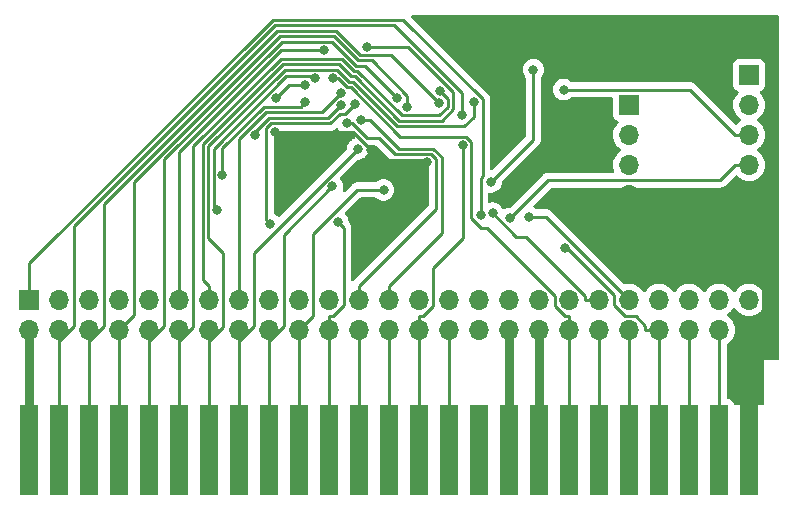
<source format=gbr>
%TF.GenerationSoftware,KiCad,Pcbnew,(6.0.6-0)*%
%TF.CreationDate,2022-10-10T02:33:12+09:00*%
%TF.ProjectId,A2E_Test,4132455f-5465-4737-942e-6b696361645f,rev?*%
%TF.SameCoordinates,Original*%
%TF.FileFunction,Copper,L2,Bot*%
%TF.FilePolarity,Positive*%
%FSLAX46Y46*%
G04 Gerber Fmt 4.6, Leading zero omitted, Abs format (unit mm)*
G04 Created by KiCad (PCBNEW (6.0.6-0)) date 2022-10-10 02:33:12*
%MOMM*%
%LPD*%
G01*
G04 APERTURE LIST*
%TA.AperFunction,ComponentPad*%
%ADD10R,1.700000X1.700000*%
%TD*%
%TA.AperFunction,ComponentPad*%
%ADD11O,1.700000X1.700000*%
%TD*%
%TA.AperFunction,ConnectorPad*%
%ADD12R,1.524000X7.620000*%
%TD*%
%TA.AperFunction,ViaPad*%
%ADD13C,0.800000*%
%TD*%
%TA.AperFunction,Conductor*%
%ADD14C,0.250000*%
%TD*%
%TA.AperFunction,Conductor*%
%ADD15C,0.750000*%
%TD*%
%TA.AperFunction,Conductor*%
%ADD16C,0.500000*%
%TD*%
G04 APERTURE END LIST*
D10*
%TO.P,J2,1,Pin_1*%
%TO.N,/~{I{slash}O_SELECT}*%
X99060000Y-152400000D03*
D11*
%TO.P,J2,2,Pin_2*%
%TO.N,/A0*%
X101600000Y-152400000D03*
%TO.P,J2,3,Pin_3*%
%TO.N,/A1*%
X104140000Y-152400000D03*
%TO.P,J2,4,Pin_4*%
%TO.N,/A2*%
X106680000Y-152400000D03*
%TO.P,J2,5,Pin_5*%
%TO.N,/A3*%
X109220000Y-152400000D03*
%TO.P,J2,6,Pin_6*%
%TO.N,/A4*%
X111760000Y-152400000D03*
%TO.P,J2,7,Pin_7*%
%TO.N,/A5*%
X114300000Y-152400000D03*
%TO.P,J2,8,Pin_8*%
%TO.N,/A6*%
X116840000Y-152400000D03*
%TO.P,J2,9,Pin_9*%
%TO.N,/A7*%
X119380000Y-152400000D03*
%TO.P,J2,10,Pin_10*%
%TO.N,/A8*%
X121920000Y-152400000D03*
%TO.P,J2,11,Pin_11*%
%TO.N,/A9*%
X124460000Y-152400000D03*
%TO.P,J2,12,Pin_12*%
%TO.N,/A10*%
X127000000Y-152400000D03*
%TO.P,J2,13,Pin_13*%
%TO.N,/A11*%
X129540000Y-152400000D03*
%TO.P,J2,14,Pin_14*%
%TO.N,/A12*%
X132080000Y-152400000D03*
%TO.P,J2,15,Pin_15*%
%TO.N,/A13*%
X134620000Y-152400000D03*
%TO.P,J2,16,Pin_16*%
%TO.N,/A14*%
X137160000Y-152400000D03*
%TO.P,J2,17,Pin_17*%
%TO.N,/A15*%
X139700000Y-152400000D03*
%TO.P,J2,18,Pin_18*%
%TO.N,/R{slash}W*%
X142240000Y-152400000D03*
%TO.P,J2,19,Pin_19*%
%TO.N,unconnected-(J2-Pad19)*%
X144780000Y-152400000D03*
%TO.P,J2,20,Pin_20*%
%TO.N,/~{I{slash}0_STROBE}*%
X147320000Y-152400000D03*
%TO.P,J2,21,Pin_21*%
%TO.N,/RDY*%
X149860000Y-152400000D03*
%TO.P,J2,22,Pin_22*%
%TO.N,/~{DMA}*%
X152400000Y-152400000D03*
%TO.P,J2,23,Pin_23*%
%TO.N,/INT_OUT*%
X154940000Y-152400000D03*
%TO.P,J2,24,Pin_24*%
%TO.N,/DMA_OUT*%
X157480000Y-152400000D03*
%TO.P,J2,25,Pin_25*%
%TO.N,+5V*%
X160020000Y-152400000D03*
%TO.P,J2,26,Pin_26*%
%TO.N,GND*%
X160020000Y-154940000D03*
%TO.P,J2,27,Pin_27*%
%TO.N,/DMA_IN*%
X157480000Y-154940000D03*
%TO.P,J2,28,Pin_28*%
%TO.N,/INT_IN*%
X154940000Y-154940000D03*
%TO.P,J2,29,Pin_29*%
%TO.N,/~{NMI}*%
X152400000Y-154940000D03*
%TO.P,J2,30,Pin_30*%
%TO.N,/~{IRQ}*%
X149860000Y-154940000D03*
%TO.P,J2,31,Pin_31*%
%TO.N,/~{RES}*%
X147320000Y-154940000D03*
%TO.P,J2,32,Pin_32*%
%TO.N,/~{INH}*%
X144780000Y-154940000D03*
%TO.P,J2,33,Pin_33*%
%TO.N,/-12V*%
X142240000Y-154940000D03*
%TO.P,J2,34,Pin_34*%
%TO.N,/-5V*%
X139700000Y-154940000D03*
%TO.P,J2,35,Pin_35*%
%TO.N,unconnected-(J2-Pad35)*%
X137160000Y-154940000D03*
%TO.P,J2,36,Pin_36*%
%TO.N,/7M*%
X134620000Y-154940000D03*
%TO.P,J2,37,Pin_37*%
%TO.N,/Q3*%
X132080000Y-154940000D03*
%TO.P,J2,38,Pin_38*%
%TO.N,/PHI1*%
X129540000Y-154940000D03*
%TO.P,J2,39,Pin_39*%
%TO.N,/USER_1*%
X127000000Y-154940000D03*
%TO.P,J2,40,Pin_40*%
%TO.N,/PHI0*%
X124460000Y-154940000D03*
%TO.P,J2,41,Pin_41*%
%TO.N,/~{DEVICE_SELECT}*%
X121920000Y-154940000D03*
%TO.P,J2,42,Pin_42*%
%TO.N,/D7*%
X119380000Y-154940000D03*
%TO.P,J2,43,Pin_43*%
%TO.N,/D6*%
X116840000Y-154940000D03*
%TO.P,J2,44,Pin_44*%
%TO.N,/D5*%
X114300000Y-154940000D03*
%TO.P,J2,45,Pin_45*%
%TO.N,/D4*%
X111760000Y-154940000D03*
%TO.P,J2,46,Pin_46*%
%TO.N,/D3*%
X109220000Y-154940000D03*
%TO.P,J2,47,Pin_47*%
%TO.N,/D2*%
X106680000Y-154940000D03*
%TO.P,J2,48,Pin_48*%
%TO.N,/D1*%
X104140000Y-154940000D03*
%TO.P,J2,49,Pin_49*%
%TO.N,/D0*%
X101600000Y-154940000D03*
%TO.P,J2,50,Pin_50*%
%TO.N,/+12V*%
X99060000Y-154940000D03*
%TD*%
D10*
%TO.P,J4,1,Pin_1*%
%TO.N,+5V*%
X160020000Y-133355000D03*
D11*
%TO.P,J4,2,Pin_2*%
%TO.N,/ICE_DAT*%
X160020000Y-135895000D03*
%TO.P,J4,3,Pin_3*%
%TO.N,/ICE_CLK*%
X160020000Y-138435000D03*
%TO.P,J4,4,Pin_4*%
%TO.N,/~{RST}*%
X160020000Y-140975000D03*
%TO.P,J4,5,Pin_5*%
%TO.N,GND*%
X160020000Y-143515000D03*
%TD*%
D10*
%TO.P,J3,1,Pin_1*%
%TO.N,+5V*%
X149860000Y-135900000D03*
D11*
%TO.P,J3,2,Pin_2*%
%TO.N,/SDA1*%
X149860000Y-138440000D03*
%TO.P,J3,3,Pin_3*%
%TO.N,/SCL1*%
X149860000Y-140980000D03*
%TO.P,J3,4,Pin_4*%
%TO.N,GND*%
X149860000Y-143520000D03*
%TD*%
D12*
%TO.P,J1,26,GND*%
%TO.N,GND*%
X160020000Y-165100000D03*
%TO.P,J1,27,DMA_IN*%
%TO.N,/DMA_IN*%
X157480000Y-165100000D03*
%TO.P,J1,28,INT_IN*%
%TO.N,/INT_IN*%
X154940000Y-165100000D03*
%TO.P,J1,29,NMI#*%
%TO.N,/~{NMI}*%
X152400000Y-165100000D03*
%TO.P,J1,30,IRQ#*%
%TO.N,/~{IRQ}*%
X149860000Y-165100000D03*
%TO.P,J1,31,RES#*%
%TO.N,/~{RES}*%
X147320000Y-165100000D03*
%TO.P,J1,32,INH#*%
%TO.N,/~{INH}*%
X144780000Y-165100000D03*
%TO.P,J1,33,-12V*%
%TO.N,/-12V*%
X142240000Y-165100000D03*
%TO.P,J1,34,-5V*%
%TO.N,/-5V*%
X139700000Y-165100000D03*
%TO.P,J1,35,N.C.*%
%TO.N,unconnected-(J1-Pad35)*%
X137160000Y-165100000D03*
%TO.P,J1,36,7M*%
%TO.N,/7M*%
X134620000Y-165100000D03*
%TO.P,J1,37,Q3*%
%TO.N,/Q3*%
X132080000Y-165100000D03*
%TO.P,J1,38,PHI1*%
%TO.N,/PHI1*%
X129540000Y-165100000D03*
%TO.P,J1,39,USER_1*%
%TO.N,/USER_1*%
X127000000Y-165100000D03*
%TO.P,J1,40,PHI0*%
%TO.N,/PHI0*%
X124460000Y-165100000D03*
%TO.P,J1,41,DEVICE_SELECT#*%
%TO.N,/~{DEVICE_SELECT}*%
X121920000Y-165100000D03*
%TO.P,J1,42,D7*%
%TO.N,/D7*%
X119380000Y-165100000D03*
%TO.P,J1,43,D6*%
%TO.N,/D6*%
X116840000Y-165100000D03*
%TO.P,J1,44,D5*%
%TO.N,/D5*%
X114300000Y-165100000D03*
%TO.P,J1,45,D4*%
%TO.N,/D4*%
X111760000Y-165100000D03*
%TO.P,J1,46,D3*%
%TO.N,/D3*%
X109220000Y-165100000D03*
%TO.P,J1,47,D2*%
%TO.N,/D2*%
X106680000Y-165100000D03*
%TO.P,J1,48,D1*%
%TO.N,/D1*%
X104140000Y-165100000D03*
%TO.P,J1,49,D0*%
%TO.N,/D0*%
X101600000Y-165100000D03*
%TO.P,J1,50,+12V*%
%TO.N,/+12V*%
X99060000Y-165100000D03*
%TD*%
D13*
%TO.N,Net-(R1-Pad2)*%
X141752100Y-132912900D03*
X138171500Y-142399300D03*
%TO.N,/~{RST}*%
X139775300Y-145496900D03*
%TO.N,/ICE_CLK*%
X144320300Y-134592100D03*
%TO.N,/D0*%
X135700900Y-136774700D03*
%TO.N,/D1*%
X133778600Y-135724300D03*
%TO.N,/D2*%
X131068900Y-136031000D03*
%TO.N,/D3*%
X130182800Y-135278900D03*
%TO.N,/D4*%
X133871900Y-134723900D03*
%TO.N,/D5*%
X136688500Y-135683800D03*
%TO.N,/D6*%
X126890800Y-139607600D03*
%TO.N,/D7*%
X124743900Y-142786500D03*
%TO.N,/~{DEVICE_SELECT}*%
X129068600Y-143084100D03*
%TO.N,/PHI0*%
X125196300Y-145796500D03*
%TO.N,/Q3*%
X135775700Y-139303300D03*
%TO.N,/~{INH}*%
X124769200Y-133627400D03*
%TO.N,/~{NMI}*%
X144435900Y-148003700D03*
%TO.N,/RDY*%
X141361300Y-145360300D03*
%TO.N,/~{I{slash}0_STROBE}*%
X138299400Y-145058400D03*
%TO.N,/A11*%
X127184900Y-137196900D03*
%TO.N,/A10*%
X126005200Y-137449700D03*
%TO.N,/A7*%
X119474600Y-145971000D03*
X126662900Y-135801100D03*
%TO.N,/A6*%
X125456000Y-134885300D03*
%TO.N,/A5*%
X127655700Y-130950500D03*
%TO.N,/A4*%
X124055800Y-131276100D03*
%TO.N,/A3*%
X119985000Y-135302800D03*
X122424600Y-134232600D03*
%TO.N,/A2*%
X114954000Y-144788400D03*
X123234200Y-133627400D03*
%TO.N,/A1*%
X115404300Y-141798900D03*
X122438900Y-135683300D03*
%TO.N,/A0*%
X118147200Y-138461700D03*
X125468000Y-135910000D03*
%TO.N,/~{I{slash}O_SELECT}*%
X137281800Y-145223700D03*
%TO.N,GND*%
X119888000Y-138176000D03*
X128016000Y-139700000D03*
X132772300Y-140758300D03*
%TD*%
D14*
%TO.N,Net-(R1-Pad2)*%
X141752100Y-138818700D02*
X138171500Y-142399300D01*
X141752100Y-132912900D02*
X141752100Y-138818700D01*
%TO.N,/~{RST}*%
X143022200Y-142250000D02*
X139775300Y-145496900D01*
X157569700Y-142250000D02*
X143022200Y-142250000D01*
X158844700Y-140975000D02*
X157569700Y-142250000D01*
X160020000Y-140975000D02*
X158844700Y-140975000D01*
%TO.N,/ICE_CLK*%
X155001800Y-134592100D02*
X144320300Y-134592100D01*
X158844700Y-138435000D02*
X155001800Y-134592100D01*
X160020000Y-138435000D02*
X158844700Y-138435000D01*
D15*
%TO.N,/+12V*%
X99060000Y-154940000D02*
X99060000Y-165100000D01*
D14*
%TO.N,/D0*%
X101600000Y-165100000D02*
X101600000Y-155913500D01*
X101600000Y-155913500D02*
X101600000Y-154940000D01*
X135700900Y-134889600D02*
X135700900Y-136774700D01*
X129964900Y-129153600D02*
X135700900Y-134889600D01*
X119857900Y-129153600D02*
X129964900Y-129153600D01*
X102870000Y-146141500D02*
X119857900Y-129153600D01*
X102870000Y-154643500D02*
X102870000Y-146141500D01*
X101600000Y-155913500D02*
X102870000Y-154643500D01*
%TO.N,/D1*%
X104140000Y-154940000D02*
X104140000Y-155913500D01*
X104140000Y-155913500D02*
X104140000Y-165100000D01*
X129730100Y-131675800D02*
X133778600Y-135724300D01*
X127093800Y-131675800D02*
X129730100Y-131675800D01*
X125037800Y-129619800D02*
X127093800Y-131675800D01*
X120073200Y-129619800D02*
X125037800Y-129619800D01*
X105410000Y-144283000D02*
X120073200Y-129619800D01*
X105410000Y-154643500D02*
X105410000Y-144283000D01*
X104140000Y-155913500D02*
X105410000Y-154643500D01*
%TO.N,/D2*%
X106680000Y-165100000D02*
X106680000Y-154945800D01*
X106680000Y-154945800D02*
X106680000Y-154940000D01*
X131068900Y-135139100D02*
X131068900Y-136031000D01*
X128055900Y-132126100D02*
X131068900Y-135139100D01*
X126907200Y-132126100D02*
X128055900Y-132126100D01*
X124851300Y-130070200D02*
X126907200Y-132126100D01*
X120288600Y-130070200D02*
X124851300Y-130070200D01*
X107950000Y-142408800D02*
X120288600Y-130070200D01*
X107950000Y-153675800D02*
X107950000Y-142408800D01*
X106680000Y-154945800D02*
X107950000Y-153675800D01*
%TO.N,/D3*%
X109220000Y-154940000D02*
X109220000Y-155913500D01*
X109220000Y-155913500D02*
X109220000Y-165100000D01*
X127480300Y-132576400D02*
X130182800Y-135278900D01*
X126720600Y-132576400D02*
X127480300Y-132576400D01*
X124664800Y-130520600D02*
X126720600Y-132576400D01*
X120475100Y-130520600D02*
X124664800Y-130520600D01*
X110490000Y-140505700D02*
X120475100Y-130520600D01*
X110490000Y-154643500D02*
X110490000Y-140505700D01*
X109220000Y-155913500D02*
X110490000Y-154643500D01*
%TO.N,/D4*%
X111760000Y-165100000D02*
X111760000Y-155913500D01*
X111760000Y-155913500D02*
X111760000Y-154940000D01*
X134503900Y-135355900D02*
X133871900Y-134723900D01*
X134503900Y-136047700D02*
X134503900Y-135355900D01*
X133774900Y-136776700D02*
X134503900Y-136047700D01*
X130591900Y-136776700D02*
X133774900Y-136776700D01*
X126841900Y-133026700D02*
X130591900Y-136776700D01*
X126534000Y-133026700D02*
X126841900Y-133026700D01*
X125508700Y-132001400D02*
X126534000Y-133026700D01*
X120343900Y-132001400D02*
X125508700Y-132001400D01*
X112946700Y-139398600D02*
X120343900Y-132001400D01*
X112946700Y-154726800D02*
X112946700Y-139398600D01*
X111760000Y-155913500D02*
X112946700Y-154726800D01*
%TO.N,/D5*%
X114300000Y-154940000D02*
X114300000Y-155913500D01*
X114300000Y-155913500D02*
X114300000Y-165100000D01*
X136688500Y-136871700D02*
X136688500Y-135683800D01*
X135875500Y-137684700D02*
X136688500Y-136871700D01*
X130225900Y-137684700D02*
X135875500Y-137684700D01*
X126468500Y-133927300D02*
X130225900Y-137684700D01*
X126160800Y-133927300D02*
X126468500Y-133927300D01*
X125135500Y-132902000D02*
X126160800Y-133927300D01*
X120721200Y-132902000D02*
X125135500Y-132902000D01*
X114228600Y-139394600D02*
X120721200Y-132902000D01*
X114228600Y-147128200D02*
X114228600Y-139394600D01*
X115513300Y-148412900D02*
X114228600Y-147128200D01*
X115513300Y-154700200D02*
X115513300Y-148412900D01*
X114300000Y-155913500D02*
X115513300Y-154700200D01*
%TO.N,/D6*%
X116840000Y-165100000D02*
X116840000Y-155913500D01*
X116840000Y-155913500D02*
X116840000Y-154940000D01*
X118110000Y-148388400D02*
X126890800Y-139607600D01*
X118110000Y-154643500D02*
X118110000Y-148388400D01*
X116840000Y-155913500D02*
X118110000Y-154643500D01*
%TO.N,/D7*%
X119380000Y-154940000D02*
X119380000Y-155913500D01*
X119380000Y-155913500D02*
X119380000Y-165100000D01*
X120650300Y-146880100D02*
X124743900Y-142786500D01*
X120650300Y-154643200D02*
X120650300Y-146880100D01*
X119380000Y-155913500D02*
X120650300Y-154643200D01*
%TO.N,/~{DEVICE_SELECT}*%
X121920000Y-165100000D02*
X121920000Y-154951700D01*
X121920000Y-154951700D02*
X121920000Y-154940000D01*
X126849200Y-143084100D02*
X129068600Y-143084100D01*
X123124500Y-146808800D02*
X126849200Y-143084100D01*
X123124500Y-153747200D02*
X123124500Y-146808800D01*
X121920000Y-154951700D02*
X123124500Y-153747200D01*
%TO.N,/PHI0*%
X124460000Y-154940000D02*
X124460000Y-165100000D01*
X124460000Y-154940000D02*
X124460000Y-153764700D01*
X125677400Y-146277600D02*
X125196300Y-145796500D01*
X125677400Y-152859100D02*
X125677400Y-146277600D01*
X124771800Y-153764700D02*
X125677400Y-152859100D01*
X124460000Y-153764700D02*
X124771800Y-153764700D01*
%TO.N,/USER_1*%
X127000000Y-165100000D02*
X127000000Y-154940000D01*
%TO.N,/PHI1*%
X129540000Y-154940000D02*
X129540000Y-165100000D01*
%TO.N,/Q3*%
X132080000Y-165100000D02*
X132080000Y-154940000D01*
X132080000Y-154940000D02*
X132080000Y-153764700D01*
X132447400Y-153764700D02*
X132080000Y-153764700D01*
X133255300Y-152956800D02*
X132447400Y-153764700D01*
X133255300Y-149671300D02*
X133255300Y-152956800D01*
X135775700Y-147150900D02*
X133255300Y-149671300D01*
X135775700Y-139303300D02*
X135775700Y-147150900D01*
%TO.N,/7M*%
X134620000Y-154940000D02*
X134620000Y-165100000D01*
D15*
%TO.N,/-5V*%
X139700000Y-165100000D02*
X139700000Y-154940000D01*
%TO.N,/-12V*%
X142240000Y-154940000D02*
X142240000Y-165100000D01*
D14*
%TO.N,/~{INH}*%
X144780000Y-165100000D02*
X144780000Y-154940000D01*
X144780000Y-154940000D02*
X144780000Y-153764700D01*
X125224000Y-133627400D02*
X124769200Y-133627400D01*
X125974200Y-134377600D02*
X125224000Y-133627400D01*
X126276100Y-134377600D02*
X125974200Y-134377600D01*
X130476400Y-138577900D02*
X126276100Y-134377600D01*
X136090000Y-138577900D02*
X130476400Y-138577900D01*
X136503400Y-138991300D02*
X136090000Y-138577900D01*
X136503400Y-145480700D02*
X136503400Y-138991300D01*
X137335900Y-146313200D02*
X136503400Y-145480700D01*
X137868000Y-146313200D02*
X137335900Y-146313200D01*
X143604700Y-152049900D02*
X137868000Y-146313200D01*
X143604700Y-152956800D02*
X143604700Y-152049900D01*
X144412600Y-153764700D02*
X143604700Y-152956800D01*
X144780000Y-153764700D02*
X144412600Y-153764700D01*
%TO.N,/~{RES}*%
X147320000Y-154940000D02*
X147320000Y-165100000D01*
%TO.N,/~{IRQ}*%
X149860000Y-165100000D02*
X149860000Y-154940000D01*
%TO.N,/~{NMI}*%
X152400000Y-154940000D02*
X152400000Y-165100000D01*
X152400000Y-154940000D02*
X151224700Y-154940000D01*
X144597900Y-148003700D02*
X144435900Y-148003700D01*
X148590000Y-151995800D02*
X144597900Y-148003700D01*
X148590000Y-152831000D02*
X148590000Y-151995800D01*
X149523700Y-153764700D02*
X148590000Y-152831000D01*
X150416800Y-153764700D02*
X149523700Y-153764700D01*
X151224700Y-154572600D02*
X150416800Y-153764700D01*
X151224700Y-154940000D02*
X151224700Y-154572600D01*
%TO.N,/INT_IN*%
X154940000Y-165100000D02*
X154940000Y-154940000D01*
%TO.N,/DMA_IN*%
X157480000Y-154940000D02*
X157480000Y-165100000D01*
%TO.N,/RDY*%
X142820300Y-145360300D02*
X141361300Y-145360300D01*
X149860000Y-152400000D02*
X142820300Y-145360300D01*
%TO.N,/~{I{slash}0_STROBE}*%
X147320000Y-152400000D02*
X146144700Y-152400000D01*
X146144700Y-152049000D02*
X146144700Y-152400000D01*
X141136000Y-147040300D02*
X146144700Y-152049000D01*
X140281300Y-147040300D02*
X141136000Y-147040300D01*
X138299400Y-145058400D02*
X140281300Y-147040300D01*
%TO.N,/A11*%
X129540000Y-152400000D02*
X129540000Y-151224700D01*
X127958600Y-137196900D02*
X127184900Y-137196900D01*
X130344300Y-139582600D02*
X127958600Y-137196900D01*
X133277300Y-139582600D02*
X130344300Y-139582600D01*
X133994900Y-140300200D02*
X133277300Y-139582600D01*
X133994900Y-146769800D02*
X133994900Y-140300200D01*
X129540000Y-151224700D02*
X133994900Y-146769800D01*
%TO.N,/A10*%
X127000000Y-152400000D02*
X127000000Y-151224700D01*
X133538900Y-144685800D02*
X127000000Y-151224700D01*
X133538900Y-140499100D02*
X133538900Y-144685800D01*
X133072800Y-140033000D02*
X133538900Y-140499100D01*
X130020900Y-140033000D02*
X133072800Y-140033000D01*
X128662700Y-138674800D02*
X130020900Y-140033000D01*
X127630300Y-138674800D02*
X128662700Y-138674800D01*
X126405200Y-137449700D02*
X127630300Y-138674800D01*
X126005200Y-137449700D02*
X126405200Y-137449700D01*
%TO.N,/A7*%
X125814800Y-136649200D02*
X126662900Y-135801100D01*
X125352000Y-136649200D02*
X125814800Y-136649200D01*
X124550600Y-137450600D02*
X125352000Y-136649200D01*
X119552100Y-137450600D02*
X124550600Y-137450600D01*
X119129800Y-137872900D02*
X119552100Y-137450600D01*
X119129800Y-145626200D02*
X119129800Y-137872900D01*
X119474600Y-145971000D02*
X119129800Y-145626200D01*
%TO.N,/A6*%
X116840000Y-152400000D02*
X116840000Y-151224700D01*
X123857400Y-136483900D02*
X125456000Y-134885300D01*
X119099300Y-136483900D02*
X123857400Y-136483900D01*
X116840000Y-138743200D02*
X119099300Y-136483900D01*
X116840000Y-151224700D02*
X116840000Y-138743200D01*
%TO.N,/A5*%
X114300000Y-152400000D02*
X114300000Y-151224700D01*
X113778300Y-150703000D02*
X114300000Y-151224700D01*
X113778300Y-139208000D02*
X113778300Y-150703000D01*
X120534600Y-132451700D02*
X113778300Y-139208000D01*
X125322100Y-132451700D02*
X120534600Y-132451700D01*
X126347400Y-133477000D02*
X125322100Y-132451700D01*
X126655200Y-133477000D02*
X126347400Y-133477000D01*
X130405200Y-137227000D02*
X126655200Y-133477000D01*
X133992800Y-137227000D02*
X130405200Y-137227000D01*
X134980400Y-136239400D02*
X133992800Y-137227000D01*
X134980400Y-134806000D02*
X134980400Y-136239400D01*
X131124900Y-130950500D02*
X134980400Y-134806000D01*
X127655700Y-130950500D02*
X131124900Y-130950500D01*
%TO.N,/A4*%
X111760000Y-152400000D02*
X111760000Y-151224700D01*
X120356800Y-131276100D02*
X124055800Y-131276100D01*
X111760000Y-139872900D02*
X120356800Y-131276100D01*
X111760000Y-151224700D02*
X111760000Y-139872900D01*
%TO.N,/A3*%
X121055200Y-134232600D02*
X122424600Y-134232600D01*
X119985000Y-135302800D02*
X121055200Y-134232600D01*
%TO.N,/A2*%
X123078900Y-133472100D02*
X123234200Y-133627400D01*
X120789600Y-133472100D02*
X123078900Y-133472100D01*
X114678900Y-139582800D02*
X120789600Y-133472100D01*
X114678900Y-144513300D02*
X114678900Y-139582800D01*
X114954000Y-144788400D02*
X114678900Y-144513300D01*
%TO.N,/A1*%
X115404300Y-139542000D02*
X115404300Y-141798900D01*
X118912800Y-136033500D02*
X115404300Y-139542000D01*
X122088700Y-136033500D02*
X118912800Y-136033500D01*
X122438900Y-135683300D02*
X122088700Y-136033500D01*
%TO.N,/A0*%
X125442700Y-135910000D02*
X125468000Y-135910000D01*
X124352500Y-137000200D02*
X125442700Y-135910000D01*
X119339300Y-137000200D02*
X124352500Y-137000200D01*
X118147200Y-138192300D02*
X119339300Y-137000200D01*
X118147200Y-138461700D02*
X118147200Y-138192300D01*
%TO.N,/~{I{slash}O_SELECT}*%
X137281800Y-142053100D02*
X137281800Y-145223700D01*
X137461200Y-141873700D02*
X137281800Y-142053100D01*
X137461200Y-135420000D02*
X137461200Y-141873700D01*
X130744300Y-128703100D02*
X137461200Y-135420000D01*
X119671300Y-128703100D02*
X130744300Y-128703100D01*
X99060000Y-149314400D02*
X119671300Y-128703100D01*
X99060000Y-152400000D02*
X99060000Y-149314400D01*
%TO.N,GND*%
X126492000Y-138176000D02*
X128016000Y-139700000D01*
X119888000Y-138176000D02*
X126492000Y-138176000D01*
D15*
X161445000Y-153515000D02*
X160020000Y-154940000D01*
X161445000Y-144940000D02*
X161445000Y-153515000D01*
X160020000Y-143515000D02*
X161445000Y-144940000D01*
X160015000Y-143520000D02*
X160020000Y-143515000D01*
X149860000Y-143520000D02*
X160015000Y-143520000D01*
X160020000Y-165100000D02*
X160020000Y-154940000D01*
D16*
X129074300Y-140758300D02*
X132772300Y-140758300D01*
X128016000Y-139700000D02*
X129074300Y-140758300D01*
%TD*%
%TA.AperFunction,Conductor*%
%TO.N,GND*%
G36*
X162502121Y-128290002D02*
G01*
X162548614Y-128343658D01*
X162560000Y-128396000D01*
X162560000Y-157354000D01*
X162539998Y-157422121D01*
X162486342Y-157468614D01*
X162434000Y-157480000D01*
X161290000Y-157480000D01*
X161290000Y-161164000D01*
X161269998Y-161232121D01*
X161216342Y-161278614D01*
X161164000Y-161290000D01*
X158868514Y-161290000D01*
X158800393Y-161269998D01*
X158753900Y-161216342D01*
X158745931Y-161193145D01*
X158744598Y-161187540D01*
X158743745Y-161179684D01*
X158737866Y-161164000D01*
X158695767Y-161051703D01*
X158692615Y-161043295D01*
X158605261Y-160926739D01*
X158488705Y-160839385D01*
X158352316Y-160788255D01*
X158290134Y-160781500D01*
X158239500Y-160781500D01*
X158171379Y-160761498D01*
X158124886Y-160707842D01*
X158113500Y-160655500D01*
X158113500Y-156220427D01*
X158133502Y-156152306D01*
X158174618Y-156112550D01*
X158177994Y-156110896D01*
X158359860Y-155981173D01*
X158406722Y-155934475D01*
X158514435Y-155827137D01*
X158518096Y-155823489D01*
X158577594Y-155740689D01*
X158645435Y-155646277D01*
X158648453Y-155642077D01*
X158669320Y-155599857D01*
X158745136Y-155446453D01*
X158745137Y-155446451D01*
X158747430Y-155441811D01*
X158812370Y-155228069D01*
X158841529Y-155006590D01*
X158843156Y-154940000D01*
X158824852Y-154717361D01*
X158770431Y-154500702D01*
X158681354Y-154295840D01*
X158560014Y-154108277D01*
X158409670Y-153943051D01*
X158405619Y-153939852D01*
X158405615Y-153939848D01*
X158238414Y-153807800D01*
X158238410Y-153807798D01*
X158234359Y-153804598D01*
X158193053Y-153781796D01*
X158143084Y-153731364D01*
X158128312Y-153661921D01*
X158153428Y-153595516D01*
X158180780Y-153568909D01*
X158224603Y-153537650D01*
X158359860Y-153441173D01*
X158412156Y-153389060D01*
X158503616Y-153297918D01*
X158518096Y-153283489D01*
X158648453Y-153102077D01*
X158649776Y-153103028D01*
X158696645Y-153059857D01*
X158766580Y-153047625D01*
X158832026Y-153075144D01*
X158859875Y-153106994D01*
X158919987Y-153205088D01*
X159066250Y-153373938D01*
X159238126Y-153516632D01*
X159431000Y-153629338D01*
X159435825Y-153631180D01*
X159435826Y-153631181D01*
X159474437Y-153645925D01*
X159639692Y-153709030D01*
X159644760Y-153710061D01*
X159644763Y-153710062D01*
X159749466Y-153731364D01*
X159858597Y-153753567D01*
X159863772Y-153753757D01*
X159863774Y-153753757D01*
X160076673Y-153761564D01*
X160076677Y-153761564D01*
X160081837Y-153761753D01*
X160086957Y-153761097D01*
X160086959Y-153761097D01*
X160298288Y-153734025D01*
X160298289Y-153734025D01*
X160303416Y-153733368D01*
X160356890Y-153717325D01*
X160512429Y-153670661D01*
X160512434Y-153670659D01*
X160517384Y-153669174D01*
X160717994Y-153570896D01*
X160899860Y-153441173D01*
X160952156Y-153389060D01*
X161043616Y-153297918D01*
X161058096Y-153283489D01*
X161188453Y-153102077D01*
X161209320Y-153059857D01*
X161285136Y-152906453D01*
X161285137Y-152906451D01*
X161287430Y-152901811D01*
X161352370Y-152688069D01*
X161381529Y-152466590D01*
X161383156Y-152400000D01*
X161364852Y-152177361D01*
X161310431Y-151960702D01*
X161221354Y-151755840D01*
X161100014Y-151568277D01*
X160949670Y-151403051D01*
X160945616Y-151399849D01*
X160945615Y-151399848D01*
X160778414Y-151267800D01*
X160778410Y-151267798D01*
X160774359Y-151264598D01*
X160578789Y-151156638D01*
X160573920Y-151154914D01*
X160573916Y-151154912D01*
X160373087Y-151083795D01*
X160373083Y-151083794D01*
X160368212Y-151082069D01*
X160363119Y-151081162D01*
X160363116Y-151081161D01*
X160153373Y-151043800D01*
X160153367Y-151043799D01*
X160148284Y-151042894D01*
X160074452Y-151041992D01*
X159930081Y-151040228D01*
X159930079Y-151040228D01*
X159924911Y-151040165D01*
X159704091Y-151073955D01*
X159491756Y-151143357D01*
X159461443Y-151159137D01*
X159318000Y-151233809D01*
X159293607Y-151246507D01*
X159289474Y-151249610D01*
X159289471Y-151249612D01*
X159144310Y-151358602D01*
X159114965Y-151380635D01*
X159111393Y-151384373D01*
X159003729Y-151497037D01*
X158960629Y-151542138D01*
X158853201Y-151699621D01*
X158798293Y-151744621D01*
X158727768Y-151752792D01*
X158664021Y-151721538D01*
X158643324Y-151697054D01*
X158562822Y-151572617D01*
X158562820Y-151572614D01*
X158560014Y-151568277D01*
X158409670Y-151403051D01*
X158405616Y-151399849D01*
X158405615Y-151399848D01*
X158238414Y-151267800D01*
X158238410Y-151267798D01*
X158234359Y-151264598D01*
X158038789Y-151156638D01*
X158033920Y-151154914D01*
X158033916Y-151154912D01*
X157833087Y-151083795D01*
X157833083Y-151083794D01*
X157828212Y-151082069D01*
X157823119Y-151081162D01*
X157823116Y-151081161D01*
X157613373Y-151043800D01*
X157613367Y-151043799D01*
X157608284Y-151042894D01*
X157534452Y-151041992D01*
X157390081Y-151040228D01*
X157390079Y-151040228D01*
X157384911Y-151040165D01*
X157164091Y-151073955D01*
X156951756Y-151143357D01*
X156921443Y-151159137D01*
X156778000Y-151233809D01*
X156753607Y-151246507D01*
X156749474Y-151249610D01*
X156749471Y-151249612D01*
X156604310Y-151358602D01*
X156574965Y-151380635D01*
X156571393Y-151384373D01*
X156463729Y-151497037D01*
X156420629Y-151542138D01*
X156313201Y-151699621D01*
X156258293Y-151744621D01*
X156187768Y-151752792D01*
X156124021Y-151721538D01*
X156103324Y-151697054D01*
X156022822Y-151572617D01*
X156022820Y-151572614D01*
X156020014Y-151568277D01*
X155869670Y-151403051D01*
X155865616Y-151399849D01*
X155865615Y-151399848D01*
X155698414Y-151267800D01*
X155698410Y-151267798D01*
X155694359Y-151264598D01*
X155498789Y-151156638D01*
X155493920Y-151154914D01*
X155493916Y-151154912D01*
X155293087Y-151083795D01*
X155293083Y-151083794D01*
X155288212Y-151082069D01*
X155283119Y-151081162D01*
X155283116Y-151081161D01*
X155073373Y-151043800D01*
X155073367Y-151043799D01*
X155068284Y-151042894D01*
X154994452Y-151041992D01*
X154850081Y-151040228D01*
X154850079Y-151040228D01*
X154844911Y-151040165D01*
X154624091Y-151073955D01*
X154411756Y-151143357D01*
X154381443Y-151159137D01*
X154238000Y-151233809D01*
X154213607Y-151246507D01*
X154209474Y-151249610D01*
X154209471Y-151249612D01*
X154064310Y-151358602D01*
X154034965Y-151380635D01*
X154031393Y-151384373D01*
X153923729Y-151497037D01*
X153880629Y-151542138D01*
X153773201Y-151699621D01*
X153718293Y-151744621D01*
X153647768Y-151752792D01*
X153584021Y-151721538D01*
X153563324Y-151697054D01*
X153482822Y-151572617D01*
X153482820Y-151572614D01*
X153480014Y-151568277D01*
X153329670Y-151403051D01*
X153325616Y-151399849D01*
X153325615Y-151399848D01*
X153158414Y-151267800D01*
X153158410Y-151267798D01*
X153154359Y-151264598D01*
X152958789Y-151156638D01*
X152953920Y-151154914D01*
X152953916Y-151154912D01*
X152753087Y-151083795D01*
X152753083Y-151083794D01*
X152748212Y-151082069D01*
X152743119Y-151081162D01*
X152743116Y-151081161D01*
X152533373Y-151043800D01*
X152533367Y-151043799D01*
X152528284Y-151042894D01*
X152454452Y-151041992D01*
X152310081Y-151040228D01*
X152310079Y-151040228D01*
X152304911Y-151040165D01*
X152084091Y-151073955D01*
X151871756Y-151143357D01*
X151841443Y-151159137D01*
X151698000Y-151233809D01*
X151673607Y-151246507D01*
X151669474Y-151249610D01*
X151669471Y-151249612D01*
X151524310Y-151358602D01*
X151494965Y-151380635D01*
X151491393Y-151384373D01*
X151383729Y-151497037D01*
X151340629Y-151542138D01*
X151233201Y-151699621D01*
X151178293Y-151744621D01*
X151107768Y-151752792D01*
X151044021Y-151721538D01*
X151023324Y-151697054D01*
X150942822Y-151572617D01*
X150942820Y-151572614D01*
X150940014Y-151568277D01*
X150789670Y-151403051D01*
X150785616Y-151399849D01*
X150785615Y-151399848D01*
X150618414Y-151267800D01*
X150618410Y-151267798D01*
X150614359Y-151264598D01*
X150418789Y-151156638D01*
X150413920Y-151154914D01*
X150413916Y-151154912D01*
X150213087Y-151083795D01*
X150213083Y-151083794D01*
X150208212Y-151082069D01*
X150203119Y-151081162D01*
X150203116Y-151081161D01*
X149993373Y-151043800D01*
X149993367Y-151043799D01*
X149988284Y-151042894D01*
X149914452Y-151041992D01*
X149770081Y-151040228D01*
X149770079Y-151040228D01*
X149764911Y-151040165D01*
X149544091Y-151073955D01*
X149531532Y-151078060D01*
X149460568Y-151080210D01*
X149403294Y-151047389D01*
X143323952Y-144968047D01*
X143316412Y-144959761D01*
X143312300Y-144953282D01*
X143262648Y-144906656D01*
X143259807Y-144903902D01*
X143240070Y-144884165D01*
X143236873Y-144881685D01*
X143227851Y-144873980D01*
X143201400Y-144849141D01*
X143195621Y-144843714D01*
X143188675Y-144839895D01*
X143188672Y-144839893D01*
X143177866Y-144833952D01*
X143161347Y-144823101D01*
X143160883Y-144822741D01*
X143145341Y-144810686D01*
X143138072Y-144807541D01*
X143138068Y-144807538D01*
X143104763Y-144793126D01*
X143094113Y-144787909D01*
X143055360Y-144766605D01*
X143035737Y-144761567D01*
X143017034Y-144755163D01*
X143005720Y-144750267D01*
X143005719Y-144750267D01*
X142998445Y-144747119D01*
X142990622Y-144745880D01*
X142990612Y-144745877D01*
X142954776Y-144740201D01*
X142943156Y-144737795D01*
X142908011Y-144728772D01*
X142908010Y-144728772D01*
X142900330Y-144726800D01*
X142880076Y-144726800D01*
X142860365Y-144725249D01*
X142848186Y-144723320D01*
X142840357Y-144722080D01*
X142832465Y-144722826D01*
X142796339Y-144726241D01*
X142784481Y-144726800D01*
X142069500Y-144726800D01*
X142001379Y-144706798D01*
X141982153Y-144690457D01*
X141981880Y-144690760D01*
X141976968Y-144686337D01*
X141972553Y-144681434D01*
X141818052Y-144569182D01*
X141818264Y-144568891D01*
X141771838Y-144520202D01*
X141758400Y-144450489D01*
X141784786Y-144384578D01*
X141794735Y-144373369D01*
X142501260Y-143666845D01*
X143247700Y-142920405D01*
X143310012Y-142886379D01*
X143336795Y-142883500D01*
X157490933Y-142883500D01*
X157502116Y-142884027D01*
X157509609Y-142885702D01*
X157517535Y-142885453D01*
X157517536Y-142885453D01*
X157577686Y-142883562D01*
X157581645Y-142883500D01*
X157609556Y-142883500D01*
X157613491Y-142883003D01*
X157613556Y-142882995D01*
X157625393Y-142882062D01*
X157657651Y-142881048D01*
X157661670Y-142880922D01*
X157669589Y-142880673D01*
X157689043Y-142875021D01*
X157708400Y-142871013D01*
X157720630Y-142869468D01*
X157720631Y-142869468D01*
X157728497Y-142868474D01*
X157735868Y-142865555D01*
X157735870Y-142865555D01*
X157769612Y-142852196D01*
X157780842Y-142848351D01*
X157815683Y-142838229D01*
X157815684Y-142838229D01*
X157823293Y-142836018D01*
X157830112Y-142831985D01*
X157830117Y-142831983D01*
X157840728Y-142825707D01*
X157858476Y-142817012D01*
X157877317Y-142809552D01*
X157913087Y-142783564D01*
X157923007Y-142777048D01*
X157954235Y-142758580D01*
X157954238Y-142758578D01*
X157961062Y-142754542D01*
X157975383Y-142740221D01*
X157990417Y-142727380D01*
X158000394Y-142720131D01*
X158006807Y-142715472D01*
X158034998Y-142681395D01*
X158042988Y-142672616D01*
X158831485Y-141884119D01*
X158893797Y-141850093D01*
X158964612Y-141855158D01*
X159015815Y-141890715D01*
X159066250Y-141948938D01*
X159238126Y-142091632D01*
X159431000Y-142204338D01*
X159435825Y-142206180D01*
X159435826Y-142206181D01*
X159488900Y-142226448D01*
X159639692Y-142284030D01*
X159644760Y-142285061D01*
X159644763Y-142285062D01*
X159752017Y-142306883D01*
X159858597Y-142328567D01*
X159863772Y-142328757D01*
X159863774Y-142328757D01*
X160076673Y-142336564D01*
X160076677Y-142336564D01*
X160081837Y-142336753D01*
X160086957Y-142336097D01*
X160086959Y-142336097D01*
X160298288Y-142309025D01*
X160298289Y-142309025D01*
X160303416Y-142308368D01*
X160354700Y-142292982D01*
X160512429Y-142245661D01*
X160512434Y-142245659D01*
X160517384Y-142244174D01*
X160717994Y-142145896D01*
X160899860Y-142016173D01*
X161058096Y-141858489D01*
X161086756Y-141818605D01*
X161185435Y-141681277D01*
X161188453Y-141677077D01*
X161212221Y-141628987D01*
X161285136Y-141481453D01*
X161285137Y-141481451D01*
X161287430Y-141476811D01*
X161352370Y-141263069D01*
X161381529Y-141041590D01*
X161383156Y-140975000D01*
X161364852Y-140752361D01*
X161310431Y-140535702D01*
X161221354Y-140330840D01*
X161131983Y-140192693D01*
X161102822Y-140147617D01*
X161102820Y-140147614D01*
X161100014Y-140143277D01*
X160949670Y-139978051D01*
X160945619Y-139974852D01*
X160945615Y-139974848D01*
X160778414Y-139842800D01*
X160778410Y-139842798D01*
X160774359Y-139839598D01*
X160733053Y-139816796D01*
X160683084Y-139766364D01*
X160668312Y-139696921D01*
X160693428Y-139630516D01*
X160720780Y-139603909D01*
X160787060Y-139556632D01*
X160899860Y-139476173D01*
X160912579Y-139463499D01*
X161012242Y-139364183D01*
X161058096Y-139318489D01*
X161065418Y-139308300D01*
X161185435Y-139141277D01*
X161188453Y-139137077D01*
X161193991Y-139125873D01*
X161285136Y-138941453D01*
X161285137Y-138941451D01*
X161287430Y-138936811D01*
X161352370Y-138723069D01*
X161381529Y-138501590D01*
X161383156Y-138435000D01*
X161364852Y-138212361D01*
X161310431Y-137995702D01*
X161221354Y-137790840D01*
X161181906Y-137729862D01*
X161102822Y-137607617D01*
X161102820Y-137607614D01*
X161100014Y-137603277D01*
X160949670Y-137438051D01*
X160945619Y-137434852D01*
X160945615Y-137434848D01*
X160778414Y-137302800D01*
X160778410Y-137302798D01*
X160774359Y-137299598D01*
X160733053Y-137276796D01*
X160683084Y-137226364D01*
X160668312Y-137156921D01*
X160693428Y-137090516D01*
X160720780Y-137063909D01*
X160764603Y-137032650D01*
X160899860Y-136936173D01*
X161058096Y-136778489D01*
X161117594Y-136695689D01*
X161185435Y-136601277D01*
X161188453Y-136597077D01*
X161287430Y-136396811D01*
X161352370Y-136183069D01*
X161381529Y-135961590D01*
X161383156Y-135895000D01*
X161364852Y-135672361D01*
X161310431Y-135455702D01*
X161221354Y-135250840D01*
X161142561Y-135129044D01*
X161102822Y-135067617D01*
X161102820Y-135067614D01*
X161100014Y-135063277D01*
X161085328Y-135047137D01*
X160952798Y-134901488D01*
X160921746Y-134837642D01*
X160930141Y-134767143D01*
X160975317Y-134712375D01*
X161001761Y-134698706D01*
X161108297Y-134658767D01*
X161116705Y-134655615D01*
X161233261Y-134568261D01*
X161320615Y-134451705D01*
X161371745Y-134315316D01*
X161378500Y-134253134D01*
X161378500Y-132456866D01*
X161371745Y-132394684D01*
X161320615Y-132258295D01*
X161233261Y-132141739D01*
X161116705Y-132054385D01*
X160980316Y-132003255D01*
X160918134Y-131996500D01*
X159121866Y-131996500D01*
X159059684Y-132003255D01*
X158923295Y-132054385D01*
X158806739Y-132141739D01*
X158719385Y-132258295D01*
X158668255Y-132394684D01*
X158661500Y-132456866D01*
X158661500Y-134253134D01*
X158668255Y-134315316D01*
X158719385Y-134451705D01*
X158806739Y-134568261D01*
X158923295Y-134655615D01*
X158931704Y-134658767D01*
X158931705Y-134658768D01*
X159040451Y-134699535D01*
X159097216Y-134742176D01*
X159121916Y-134808738D01*
X159106709Y-134878087D01*
X159087316Y-134904568D01*
X159059504Y-134933672D01*
X158960629Y-135037138D01*
X158957715Y-135041410D01*
X158957714Y-135041411D01*
X158899210Y-135127175D01*
X158834743Y-135221680D01*
X158806057Y-135283479D01*
X158747309Y-135410042D01*
X158740688Y-135424305D01*
X158680989Y-135639570D01*
X158657251Y-135861695D01*
X158657548Y-135866848D01*
X158657548Y-135866851D01*
X158663011Y-135961590D01*
X158670110Y-136084715D01*
X158671247Y-136089761D01*
X158671248Y-136089767D01*
X158682874Y-136141354D01*
X158719222Y-136302639D01*
X158803266Y-136509616D01*
X158919987Y-136700088D01*
X159066250Y-136868938D01*
X159238126Y-137011632D01*
X159308595Y-137052811D01*
X159311445Y-137054476D01*
X159360169Y-137106114D01*
X159373240Y-137175897D01*
X159346509Y-137241669D01*
X159306055Y-137275027D01*
X159293607Y-137281507D01*
X159289474Y-137284610D01*
X159289471Y-137284612D01*
X159119100Y-137412530D01*
X159114965Y-137415635D01*
X159011617Y-137523782D01*
X158950095Y-137559211D01*
X158879183Y-137555754D01*
X158831430Y-137525825D01*
X155505452Y-134199847D01*
X155497912Y-134191561D01*
X155493800Y-134185082D01*
X155444148Y-134138456D01*
X155441307Y-134135702D01*
X155421570Y-134115965D01*
X155418373Y-134113485D01*
X155409351Y-134105780D01*
X155382900Y-134080941D01*
X155377121Y-134075514D01*
X155370175Y-134071695D01*
X155370172Y-134071693D01*
X155359366Y-134065752D01*
X155342847Y-134054901D01*
X155336848Y-134050248D01*
X155326841Y-134042486D01*
X155319572Y-134039341D01*
X155319568Y-134039338D01*
X155286263Y-134024926D01*
X155275613Y-134019709D01*
X155236860Y-133998405D01*
X155217237Y-133993367D01*
X155198534Y-133986963D01*
X155187220Y-133982067D01*
X155187219Y-133982067D01*
X155179945Y-133978919D01*
X155172122Y-133977680D01*
X155172112Y-133977677D01*
X155136276Y-133972001D01*
X155124656Y-133969595D01*
X155089511Y-133960572D01*
X155089510Y-133960572D01*
X155081830Y-133958600D01*
X155061576Y-133958600D01*
X155041865Y-133957049D01*
X155029686Y-133955120D01*
X155021857Y-133953880D01*
X155013965Y-133954626D01*
X154977839Y-133958041D01*
X154965981Y-133958600D01*
X145028500Y-133958600D01*
X144960379Y-133938598D01*
X144941153Y-133922257D01*
X144940880Y-133922560D01*
X144935968Y-133918137D01*
X144931553Y-133913234D01*
X144777052Y-133800982D01*
X144771024Y-133798298D01*
X144771022Y-133798297D01*
X144608619Y-133725991D01*
X144608618Y-133725991D01*
X144602588Y-133723306D01*
X144509187Y-133703453D01*
X144422244Y-133684972D01*
X144422239Y-133684972D01*
X144415787Y-133683600D01*
X144224813Y-133683600D01*
X144218361Y-133684972D01*
X144218356Y-133684972D01*
X144131413Y-133703453D01*
X144038012Y-133723306D01*
X144031982Y-133725991D01*
X144031981Y-133725991D01*
X143869578Y-133798297D01*
X143869576Y-133798298D01*
X143863548Y-133800982D01*
X143709047Y-133913234D01*
X143704626Y-133918144D01*
X143704625Y-133918145D01*
X143595503Y-134039338D01*
X143581260Y-134055156D01*
X143566373Y-134080941D01*
X143497149Y-134200841D01*
X143485773Y-134220544D01*
X143426758Y-134402172D01*
X143426068Y-134408733D01*
X143426068Y-134408735D01*
X143421552Y-134451705D01*
X143406796Y-134592100D01*
X143407486Y-134598665D01*
X143425194Y-134767143D01*
X143426758Y-134782028D01*
X143485773Y-134963656D01*
X143489076Y-134969378D01*
X143489077Y-134969379D01*
X143499925Y-134988168D01*
X143581260Y-135129044D01*
X143585678Y-135133951D01*
X143585679Y-135133952D01*
X143690925Y-135250840D01*
X143709047Y-135270966D01*
X143808143Y-135342964D01*
X143853812Y-135376144D01*
X143863548Y-135383218D01*
X143869576Y-135385902D01*
X143869578Y-135385903D01*
X144031981Y-135458209D01*
X144038012Y-135460894D01*
X144128326Y-135480091D01*
X144218356Y-135499228D01*
X144218361Y-135499228D01*
X144224813Y-135500600D01*
X144415787Y-135500600D01*
X144422239Y-135499228D01*
X144422244Y-135499228D01*
X144512274Y-135480091D01*
X144602588Y-135460894D01*
X144608619Y-135458209D01*
X144771022Y-135385903D01*
X144771024Y-135385902D01*
X144777052Y-135383218D01*
X144786789Y-135376144D01*
X144917330Y-135281300D01*
X144931553Y-135270966D01*
X144935968Y-135266063D01*
X144940880Y-135261640D01*
X144942005Y-135262889D01*
X144995314Y-135230049D01*
X145028500Y-135225600D01*
X148375500Y-135225600D01*
X148443621Y-135245602D01*
X148490114Y-135299258D01*
X148501500Y-135351600D01*
X148501500Y-136798134D01*
X148508255Y-136860316D01*
X148559385Y-136996705D01*
X148646739Y-137113261D01*
X148763295Y-137200615D01*
X148771704Y-137203767D01*
X148771705Y-137203768D01*
X148880451Y-137244535D01*
X148937216Y-137287176D01*
X148961916Y-137353738D01*
X148946709Y-137423087D01*
X148927316Y-137449568D01*
X148822539Y-137559211D01*
X148800629Y-137582138D01*
X148674743Y-137766680D01*
X148659003Y-137800590D01*
X148589867Y-137949531D01*
X148580688Y-137969305D01*
X148520989Y-138184570D01*
X148497251Y-138406695D01*
X148497548Y-138411848D01*
X148497548Y-138411851D01*
X148502914Y-138504908D01*
X148510110Y-138629715D01*
X148511247Y-138634761D01*
X148511248Y-138634767D01*
X148532265Y-138728023D01*
X148559222Y-138847639D01*
X148601430Y-138951586D01*
X148639802Y-139046084D01*
X148643266Y-139054616D01*
X148669675Y-139097711D01*
X148757206Y-139240549D01*
X148759987Y-139245088D01*
X148906250Y-139413938D01*
X149053610Y-139536279D01*
X149068123Y-139548327D01*
X149078126Y-139556632D01*
X149123065Y-139582892D01*
X149151445Y-139599476D01*
X149200169Y-139651114D01*
X149213240Y-139720897D01*
X149186509Y-139786669D01*
X149146055Y-139820027D01*
X149133607Y-139826507D01*
X149129474Y-139829610D01*
X149129471Y-139829612D01*
X148959196Y-139957458D01*
X148954965Y-139960635D01*
X148800629Y-140122138D01*
X148674743Y-140306680D01*
X148641188Y-140378968D01*
X148595965Y-140476394D01*
X148580688Y-140509305D01*
X148520989Y-140724570D01*
X148497251Y-140946695D01*
X148497548Y-140951848D01*
X148497548Y-140951851D01*
X148502914Y-141044908D01*
X148510110Y-141169715D01*
X148511247Y-141174761D01*
X148511248Y-141174767D01*
X148532265Y-141268023D01*
X148559222Y-141387639D01*
X148561164Y-141392422D01*
X148561167Y-141392431D01*
X148581740Y-141443095D01*
X148588837Y-141513736D01*
X148556615Y-141577000D01*
X148495306Y-141612801D01*
X148464998Y-141616500D01*
X143100967Y-141616500D01*
X143089784Y-141615973D01*
X143082291Y-141614298D01*
X143074365Y-141614547D01*
X143074364Y-141614547D01*
X143014214Y-141616438D01*
X143010255Y-141616500D01*
X142982344Y-141616500D01*
X142978410Y-141616997D01*
X142978409Y-141616997D01*
X142978344Y-141617005D01*
X142966507Y-141617938D01*
X142934249Y-141618952D01*
X142930230Y-141619078D01*
X142922311Y-141619327D01*
X142902857Y-141624979D01*
X142883500Y-141628987D01*
X142871270Y-141630532D01*
X142871269Y-141630532D01*
X142863403Y-141631526D01*
X142856032Y-141634445D01*
X142856030Y-141634445D01*
X142822288Y-141647804D01*
X142811058Y-141651649D01*
X142776217Y-141661771D01*
X142776216Y-141661771D01*
X142768607Y-141663982D01*
X142761788Y-141668015D01*
X142761783Y-141668017D01*
X142751172Y-141674293D01*
X142733424Y-141682988D01*
X142714583Y-141690448D01*
X142708167Y-141695110D01*
X142708166Y-141695110D01*
X142678813Y-141716436D01*
X142668893Y-141722952D01*
X142637665Y-141741420D01*
X142637662Y-141741422D01*
X142630838Y-141745458D01*
X142616517Y-141759779D01*
X142601484Y-141772619D01*
X142585093Y-141784528D01*
X142580042Y-141790634D01*
X142556902Y-141818605D01*
X142548912Y-141827384D01*
X139824800Y-144551495D01*
X139762488Y-144585521D01*
X139735705Y-144588400D01*
X139679813Y-144588400D01*
X139673361Y-144589772D01*
X139673356Y-144589772D01*
X139601552Y-144605035D01*
X139493012Y-144628106D01*
X139486982Y-144630791D01*
X139486981Y-144630791D01*
X139324578Y-144703097D01*
X139324576Y-144703098D01*
X139318548Y-144705782D01*
X139313210Y-144709660D01*
X139313207Y-144709662D01*
X139309398Y-144712430D01*
X139242530Y-144736288D01*
X139173379Y-144720206D01*
X139126219Y-144673493D01*
X139052266Y-144545404D01*
X139038440Y-144521456D01*
X139026774Y-144508499D01*
X138915075Y-144384445D01*
X138915074Y-144384444D01*
X138910653Y-144379534D01*
X138756152Y-144267282D01*
X138750124Y-144264598D01*
X138750122Y-144264597D01*
X138587719Y-144192291D01*
X138587718Y-144192291D01*
X138581688Y-144189606D01*
X138488287Y-144169753D01*
X138401344Y-144151272D01*
X138401339Y-144151272D01*
X138394887Y-144149900D01*
X138203913Y-144149900D01*
X138197461Y-144151272D01*
X138197456Y-144151272D01*
X138067497Y-144178896D01*
X137996706Y-144173494D01*
X137940073Y-144130677D01*
X137915580Y-144064039D01*
X137915300Y-144055649D01*
X137915300Y-143429237D01*
X137935302Y-143361116D01*
X137988958Y-143314623D01*
X138059232Y-143304519D01*
X138067495Y-143305990D01*
X138069551Y-143306427D01*
X138069556Y-143306428D01*
X138076013Y-143307800D01*
X138266987Y-143307800D01*
X138273439Y-143306428D01*
X138273444Y-143306428D01*
X138360387Y-143287947D01*
X138453788Y-143268094D01*
X138459819Y-143265409D01*
X138622222Y-143193103D01*
X138622224Y-143193102D01*
X138628252Y-143190418D01*
X138782753Y-143078166D01*
X138787175Y-143073255D01*
X138906121Y-142941152D01*
X138906122Y-142941151D01*
X138910540Y-142936244D01*
X138983686Y-142809552D01*
X139002723Y-142776579D01*
X139002724Y-142776578D01*
X139006027Y-142770856D01*
X139065042Y-142589228D01*
X139066059Y-142579558D01*
X139079817Y-142448647D01*
X139082407Y-142424006D01*
X139109420Y-142358350D01*
X139118622Y-142348082D01*
X142144353Y-139322352D01*
X142152639Y-139314812D01*
X142159118Y-139310700D01*
X142168464Y-139300748D01*
X142205743Y-139261049D01*
X142208498Y-139258207D01*
X142228235Y-139238470D01*
X142230715Y-139235273D01*
X142238420Y-139226251D01*
X142263259Y-139199800D01*
X142268686Y-139194021D01*
X142272505Y-139187075D01*
X142272507Y-139187072D01*
X142278448Y-139176266D01*
X142289299Y-139159747D01*
X142296858Y-139150001D01*
X142301714Y-139143741D01*
X142304859Y-139136472D01*
X142304862Y-139136468D01*
X142319274Y-139103163D01*
X142324491Y-139092513D01*
X142345795Y-139053760D01*
X142350833Y-139034137D01*
X142357237Y-139015434D01*
X142362133Y-139004120D01*
X142362133Y-139004119D01*
X142365281Y-138996845D01*
X142366520Y-138989022D01*
X142366523Y-138989012D01*
X142372199Y-138953176D01*
X142374605Y-138941556D01*
X142383628Y-138906411D01*
X142383628Y-138906410D01*
X142385600Y-138898730D01*
X142385600Y-138878476D01*
X142387151Y-138858765D01*
X142389080Y-138846586D01*
X142390320Y-138838757D01*
X142386159Y-138794738D01*
X142385600Y-138782881D01*
X142385600Y-133615424D01*
X142405602Y-133547303D01*
X142417958Y-133531121D01*
X142491140Y-133449844D01*
X142586627Y-133284456D01*
X142645642Y-133102828D01*
X142665604Y-132912900D01*
X142645642Y-132722972D01*
X142586627Y-132541344D01*
X142491140Y-132375956D01*
X142378728Y-132251109D01*
X142367775Y-132238945D01*
X142367774Y-132238944D01*
X142363353Y-132234034D01*
X142246203Y-132148919D01*
X142214194Y-132125663D01*
X142214193Y-132125662D01*
X142208852Y-132121782D01*
X142202824Y-132119098D01*
X142202822Y-132119097D01*
X142040419Y-132046791D01*
X142040418Y-132046791D01*
X142034388Y-132044106D01*
X141940988Y-132024253D01*
X141854044Y-132005772D01*
X141854039Y-132005772D01*
X141847587Y-132004400D01*
X141656613Y-132004400D01*
X141650161Y-132005772D01*
X141650156Y-132005772D01*
X141563212Y-132024253D01*
X141469812Y-132044106D01*
X141463782Y-132046791D01*
X141463781Y-132046791D01*
X141301378Y-132119097D01*
X141301376Y-132119098D01*
X141295348Y-132121782D01*
X141290007Y-132125662D01*
X141290006Y-132125663D01*
X141257997Y-132148919D01*
X141140847Y-132234034D01*
X141136426Y-132238944D01*
X141136425Y-132238945D01*
X141125473Y-132251109D01*
X141013060Y-132375956D01*
X140917573Y-132541344D01*
X140858558Y-132722972D01*
X140838596Y-132912900D01*
X140858558Y-133102828D01*
X140917573Y-133284456D01*
X141013060Y-133449844D01*
X141086237Y-133531115D01*
X141116953Y-133595121D01*
X141118600Y-133615424D01*
X141118600Y-138504106D01*
X141098598Y-138572227D01*
X141081695Y-138593201D01*
X138309795Y-141365100D01*
X138247483Y-141399126D01*
X138176667Y-141394061D01*
X138119832Y-141351514D01*
X138095021Y-141284994D01*
X138094700Y-141276005D01*
X138094700Y-135498767D01*
X138095227Y-135487584D01*
X138096902Y-135480091D01*
X138094762Y-135412014D01*
X138094700Y-135408055D01*
X138094700Y-135380144D01*
X138094195Y-135376144D01*
X138093262Y-135364301D01*
X138092122Y-135328030D01*
X138091873Y-135320111D01*
X138086221Y-135300657D01*
X138082213Y-135281300D01*
X138080668Y-135269070D01*
X138080668Y-135269069D01*
X138079674Y-135261203D01*
X138075571Y-135250840D01*
X138063396Y-135220088D01*
X138059551Y-135208858D01*
X138049429Y-135174017D01*
X138049429Y-135174016D01*
X138047218Y-135166407D01*
X138043185Y-135159588D01*
X138043183Y-135159583D01*
X138036907Y-135148972D01*
X138028212Y-135131224D01*
X138020752Y-135112383D01*
X137994764Y-135076613D01*
X137988248Y-135066693D01*
X137969780Y-135035465D01*
X137969778Y-135035462D01*
X137965742Y-135028638D01*
X137951421Y-135014317D01*
X137938580Y-134999283D01*
X137931331Y-134989306D01*
X137926672Y-134982893D01*
X137892595Y-134954702D01*
X137883816Y-134946712D01*
X131422200Y-128485095D01*
X131388174Y-128422783D01*
X131393239Y-128351968D01*
X131435786Y-128295132D01*
X131502306Y-128270321D01*
X131511295Y-128270000D01*
X162434000Y-128270000D01*
X162502121Y-128290002D01*
G37*
%TD.AperFunction*%
%TA.AperFunction,Conductor*%
G36*
X128416227Y-139328302D02*
G01*
X128437201Y-139345205D01*
X128979498Y-139887503D01*
X129517248Y-140425253D01*
X129524788Y-140433539D01*
X129528900Y-140440018D01*
X129534677Y-140445443D01*
X129578551Y-140486643D01*
X129581393Y-140489398D01*
X129601130Y-140509135D01*
X129604327Y-140511615D01*
X129613347Y-140519318D01*
X129645579Y-140549586D01*
X129652525Y-140553405D01*
X129652528Y-140553407D01*
X129663334Y-140559348D01*
X129679853Y-140570199D01*
X129695859Y-140582614D01*
X129703128Y-140585759D01*
X129703132Y-140585762D01*
X129736437Y-140600174D01*
X129747087Y-140605391D01*
X129785840Y-140626695D01*
X129793515Y-140628666D01*
X129793516Y-140628666D01*
X129805462Y-140631733D01*
X129824167Y-140638137D01*
X129842755Y-140646181D01*
X129850578Y-140647420D01*
X129850588Y-140647423D01*
X129886424Y-140653099D01*
X129898044Y-140655505D01*
X129933189Y-140664528D01*
X129940870Y-140666500D01*
X129961124Y-140666500D01*
X129980834Y-140668051D01*
X130000843Y-140671220D01*
X130008735Y-140670474D01*
X130044861Y-140667059D01*
X130056719Y-140666500D01*
X132758205Y-140666500D01*
X132826326Y-140686502D01*
X132847303Y-140703407D01*
X132868498Y-140724603D01*
X132902521Y-140786916D01*
X132905400Y-140813696D01*
X132905400Y-144371206D01*
X132885398Y-144439327D01*
X132868495Y-144460301D01*
X129736974Y-147591821D01*
X126607747Y-150721048D01*
X126599461Y-150728588D01*
X126592982Y-150732700D01*
X126587557Y-150738477D01*
X126546357Y-150782351D01*
X126543602Y-150785193D01*
X126525995Y-150802800D01*
X126463683Y-150836826D01*
X126392868Y-150831761D01*
X126336032Y-150789214D01*
X126311221Y-150722694D01*
X126310900Y-150713705D01*
X126310900Y-146356367D01*
X126311427Y-146345184D01*
X126313102Y-146337691D01*
X126310962Y-146269614D01*
X126310900Y-146265655D01*
X126310900Y-146237744D01*
X126310395Y-146233744D01*
X126309462Y-146221901D01*
X126308322Y-146185629D01*
X126308073Y-146177710D01*
X126302422Y-146158258D01*
X126298414Y-146138906D01*
X126296867Y-146126663D01*
X126295874Y-146118803D01*
X126292956Y-146111432D01*
X126279600Y-146077697D01*
X126275755Y-146066470D01*
X126267700Y-146038746D01*
X126263418Y-146024007D01*
X126253107Y-146006572D01*
X126244412Y-145988824D01*
X126236952Y-145969983D01*
X126215368Y-145940274D01*
X126210964Y-145934213D01*
X126204448Y-145924293D01*
X126185980Y-145893065D01*
X126185978Y-145893062D01*
X126181942Y-145886238D01*
X126167621Y-145871917D01*
X126154780Y-145856883D01*
X126147532Y-145846907D01*
X126142872Y-145840493D01*
X126139364Y-145837591D01*
X126107991Y-145775581D01*
X126106582Y-145765848D01*
X126106483Y-145764900D01*
X126094880Y-145654509D01*
X126090532Y-145613135D01*
X126090532Y-145613133D01*
X126089842Y-145606572D01*
X126030827Y-145424944D01*
X125935340Y-145259556D01*
X125842082Y-145155983D01*
X125811366Y-145091976D01*
X125820131Y-145021523D01*
X125846625Y-144982579D01*
X127074699Y-143754505D01*
X127137011Y-143720479D01*
X127163794Y-143717600D01*
X128360400Y-143717600D01*
X128428521Y-143737602D01*
X128447747Y-143753943D01*
X128448020Y-143753640D01*
X128452932Y-143758063D01*
X128457347Y-143762966D01*
X128611848Y-143875218D01*
X128617876Y-143877902D01*
X128617878Y-143877903D01*
X128780281Y-143950209D01*
X128786312Y-143952894D01*
X128879713Y-143972747D01*
X128966656Y-143991228D01*
X128966661Y-143991228D01*
X128973113Y-143992600D01*
X129164087Y-143992600D01*
X129170539Y-143991228D01*
X129170544Y-143991228D01*
X129257487Y-143972747D01*
X129350888Y-143952894D01*
X129356919Y-143950209D01*
X129519322Y-143877903D01*
X129519324Y-143877902D01*
X129525352Y-143875218D01*
X129679853Y-143762966D01*
X129702691Y-143737602D01*
X129803221Y-143625952D01*
X129803222Y-143625951D01*
X129807640Y-143621044D01*
X129903127Y-143455656D01*
X129962142Y-143274028D01*
X129970648Y-143193103D01*
X129981414Y-143090665D01*
X129982104Y-143084100D01*
X129962142Y-142894172D01*
X129903127Y-142712544D01*
X129807640Y-142547156D01*
X129791481Y-142529209D01*
X129684275Y-142410145D01*
X129684274Y-142410144D01*
X129679853Y-142405234D01*
X129525352Y-142292982D01*
X129519324Y-142290298D01*
X129519322Y-142290297D01*
X129356919Y-142217991D01*
X129356918Y-142217991D01*
X129350888Y-142215306D01*
X129257487Y-142195453D01*
X129170544Y-142176972D01*
X129170539Y-142176972D01*
X129164087Y-142175600D01*
X128973113Y-142175600D01*
X128966661Y-142176972D01*
X128966656Y-142176972D01*
X128879713Y-142195453D01*
X128786312Y-142215306D01*
X128780282Y-142217991D01*
X128780281Y-142217991D01*
X128617878Y-142290297D01*
X128617876Y-142290298D01*
X128611848Y-142292982D01*
X128606507Y-142296862D01*
X128606506Y-142296863D01*
X128536010Y-142348082D01*
X128457347Y-142405234D01*
X128452932Y-142410137D01*
X128448020Y-142414560D01*
X128446895Y-142413311D01*
X128393586Y-142446151D01*
X128360400Y-142450600D01*
X126927967Y-142450600D01*
X126916784Y-142450073D01*
X126909291Y-142448398D01*
X126901365Y-142448647D01*
X126901364Y-142448647D01*
X126841214Y-142450538D01*
X126837255Y-142450600D01*
X126809344Y-142450600D01*
X126805410Y-142451097D01*
X126805409Y-142451097D01*
X126805344Y-142451105D01*
X126793507Y-142452038D01*
X126761690Y-142453038D01*
X126757229Y-142453178D01*
X126749310Y-142453427D01*
X126731654Y-142458556D01*
X126729858Y-142459078D01*
X126710506Y-142463086D01*
X126703435Y-142463980D01*
X126690403Y-142465626D01*
X126683034Y-142468543D01*
X126683032Y-142468544D01*
X126649297Y-142481900D01*
X126638069Y-142485745D01*
X126595607Y-142498082D01*
X126588785Y-142502116D01*
X126588779Y-142502119D01*
X126578168Y-142508394D01*
X126560418Y-142517090D01*
X126548956Y-142521628D01*
X126548951Y-142521631D01*
X126541583Y-142524548D01*
X126535168Y-142529209D01*
X126505825Y-142550527D01*
X126495907Y-142557043D01*
X126477219Y-142568095D01*
X126457837Y-142579558D01*
X126443513Y-142593882D01*
X126428481Y-142606721D01*
X126412093Y-142618628D01*
X126399129Y-142634299D01*
X126383912Y-142652693D01*
X126375922Y-142661473D01*
X125804705Y-143232690D01*
X125742393Y-143266716D01*
X125671578Y-143261651D01*
X125614742Y-143219104D01*
X125589931Y-143152584D01*
X125595777Y-143104659D01*
X125635402Y-142982706D01*
X125637442Y-142976428D01*
X125641666Y-142936244D01*
X125656714Y-142793065D01*
X125657404Y-142786500D01*
X125649090Y-142707400D01*
X125638132Y-142603135D01*
X125638132Y-142603133D01*
X125637442Y-142596572D01*
X125578427Y-142414944D01*
X125570582Y-142401355D01*
X125532905Y-142336097D01*
X125482940Y-142249556D01*
X125402712Y-142160453D01*
X125371996Y-142096448D01*
X125380760Y-142025994D01*
X125407254Y-141987050D01*
X126841299Y-140553005D01*
X126903611Y-140518979D01*
X126930394Y-140516100D01*
X126986287Y-140516100D01*
X126992739Y-140514728D01*
X126992744Y-140514728D01*
X127079687Y-140496247D01*
X127173088Y-140476394D01*
X127195479Y-140466425D01*
X127341522Y-140401403D01*
X127341524Y-140401402D01*
X127347552Y-140398718D01*
X127360953Y-140388982D01*
X127409120Y-140353986D01*
X127502053Y-140286466D01*
X127534485Y-140250447D01*
X127625421Y-140149452D01*
X127625422Y-140149451D01*
X127629840Y-140144544D01*
X127725327Y-139979156D01*
X127784342Y-139797528D01*
X127785484Y-139786669D01*
X127803614Y-139614165D01*
X127804304Y-139607600D01*
X127790108Y-139472529D01*
X127787474Y-139447470D01*
X127800246Y-139377632D01*
X127848748Y-139325785D01*
X127912784Y-139308300D01*
X128348106Y-139308300D01*
X128416227Y-139328302D01*
G37*
%TD.AperFunction*%
%TA.AperFunction,Conductor*%
G36*
X125202551Y-137882177D02*
G01*
X125218354Y-137903842D01*
X125266160Y-137986644D01*
X125270578Y-137991551D01*
X125270579Y-137991552D01*
X125354413Y-138084659D01*
X125393947Y-138128566D01*
X125548448Y-138240818D01*
X125554476Y-138243502D01*
X125554478Y-138243503D01*
X125716881Y-138315809D01*
X125722912Y-138318494D01*
X125816312Y-138338347D01*
X125903256Y-138356828D01*
X125903261Y-138356828D01*
X125909713Y-138358200D01*
X126100687Y-138358200D01*
X126107139Y-138356828D01*
X126107144Y-138356828D01*
X126281039Y-138319865D01*
X126281041Y-138319864D01*
X126287488Y-138318494D01*
X126287685Y-138319422D01*
X126352861Y-138317562D01*
X126409921Y-138350326D01*
X126610267Y-138550672D01*
X126644293Y-138612984D01*
X126639228Y-138683799D01*
X126596681Y-138740635D01*
X126572421Y-138754874D01*
X126440078Y-138813797D01*
X126440076Y-138813798D01*
X126434048Y-138816482D01*
X126428707Y-138820362D01*
X126428706Y-138820363D01*
X126391434Y-138847443D01*
X126279547Y-138928734D01*
X126275126Y-138933644D01*
X126275125Y-138933645D01*
X126160724Y-139060701D01*
X126151760Y-139070656D01*
X126116090Y-139132438D01*
X126077199Y-139199800D01*
X126056273Y-139236044D01*
X125997258Y-139417672D01*
X125996568Y-139424233D01*
X125996568Y-139424235D01*
X125979893Y-139582892D01*
X125952880Y-139648549D01*
X125943678Y-139658817D01*
X120286111Y-145316384D01*
X120223799Y-145350410D01*
X120152984Y-145345345D01*
X120103381Y-145311601D01*
X120085853Y-145292134D01*
X119931352Y-145179882D01*
X119838051Y-145138342D01*
X119783955Y-145092362D01*
X119763300Y-145023235D01*
X119763300Y-138210100D01*
X119783302Y-138141979D01*
X119836958Y-138095486D01*
X119889300Y-138084100D01*
X124471833Y-138084100D01*
X124483016Y-138084627D01*
X124490509Y-138086302D01*
X124498435Y-138086053D01*
X124498436Y-138086053D01*
X124558586Y-138084162D01*
X124562545Y-138084100D01*
X124590456Y-138084100D01*
X124594391Y-138083603D01*
X124594456Y-138083595D01*
X124606293Y-138082662D01*
X124638551Y-138081648D01*
X124642570Y-138081522D01*
X124650489Y-138081273D01*
X124669943Y-138075621D01*
X124689300Y-138071613D01*
X124701530Y-138070068D01*
X124701531Y-138070068D01*
X124709397Y-138069074D01*
X124716768Y-138066155D01*
X124716770Y-138066155D01*
X124750512Y-138052796D01*
X124761742Y-138048951D01*
X124796583Y-138038829D01*
X124796584Y-138038829D01*
X124804193Y-138036618D01*
X124811012Y-138032585D01*
X124811017Y-138032583D01*
X124821628Y-138026307D01*
X124839376Y-138017612D01*
X124858217Y-138010152D01*
X124890574Y-137986644D01*
X124893987Y-137984164D01*
X124903907Y-137977648D01*
X124935135Y-137959180D01*
X124935138Y-137959178D01*
X124941962Y-137955142D01*
X124956283Y-137940821D01*
X124971317Y-137927980D01*
X124987707Y-137916072D01*
X124992757Y-137909968D01*
X124992759Y-137909966D01*
X125012151Y-137886525D01*
X125070985Y-137846788D01*
X125141964Y-137845167D01*
X125202551Y-137882177D01*
G37*
%TD.AperFunction*%
%TD*%
M02*

</source>
